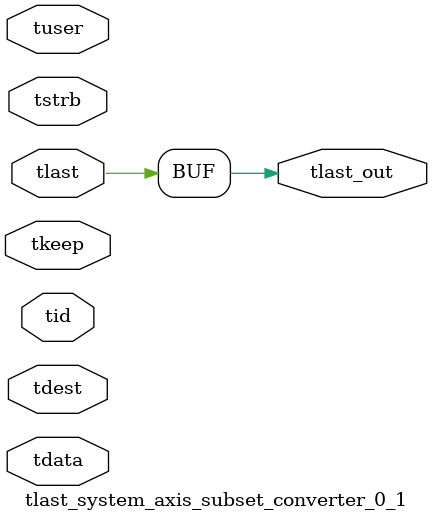
<source format=v>


`timescale 1ps/1ps

module tlast_system_axis_subset_converter_0_1 #
(
parameter C_S_AXIS_TID_WIDTH   = 1,
parameter C_S_AXIS_TUSER_WIDTH = 0,
parameter C_S_AXIS_TDATA_WIDTH = 0,
parameter C_S_AXIS_TDEST_WIDTH = 0
)
(
input  [(C_S_AXIS_TID_WIDTH   == 0 ? 1 : C_S_AXIS_TID_WIDTH)-1:0       ] tid,
input  [(C_S_AXIS_TDATA_WIDTH == 0 ? 1 : C_S_AXIS_TDATA_WIDTH)-1:0     ] tdata,
input  [(C_S_AXIS_TUSER_WIDTH == 0 ? 1 : C_S_AXIS_TUSER_WIDTH)-1:0     ] tuser,
input  [(C_S_AXIS_TDEST_WIDTH == 0 ? 1 : C_S_AXIS_TDEST_WIDTH)-1:0     ] tdest,
input  [(C_S_AXIS_TDATA_WIDTH/8)-1:0 ] tkeep,
input  [(C_S_AXIS_TDATA_WIDTH/8)-1:0 ] tstrb,
input  [0:0]                                                             tlast,
output                                                                   tlast_out
);

assign tlast_out = {tlast[0]};

endmodule


</source>
